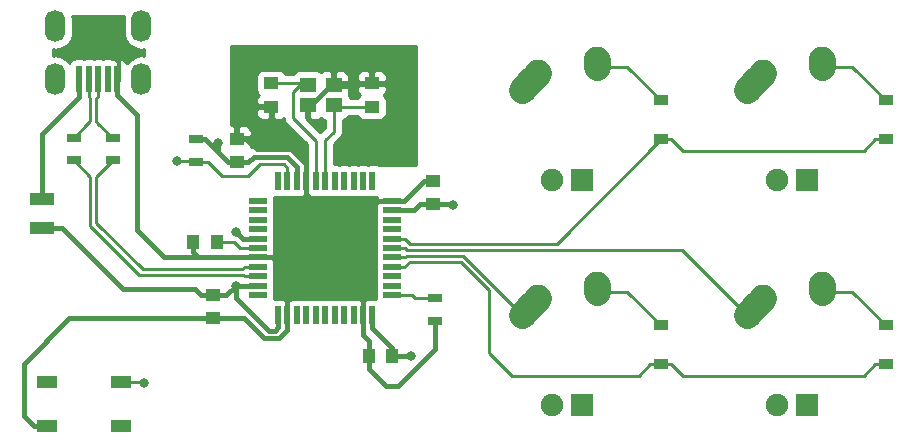
<source format=gbl>
G04 #@! TF.GenerationSoftware,KiCad,Pcbnew,(5.0.0)*
G04 #@! TF.CreationDate,2019-01-07T21:39:53-08:00*
G04 #@! TF.ProjectId,ai03-pcb-guide,616930332D7063622D67756964652E6B,rev?*
G04 #@! TF.SameCoordinates,Original*
G04 #@! TF.FileFunction,Copper,L2,Bot,Signal*
G04 #@! TF.FilePolarity,Positive*
%FSLAX46Y46*%
G04 Gerber Fmt 4.6, Leading zero omitted, Abs format (unit mm)*
G04 Created by KiCad (PCBNEW (5.0.0)) date 01/07/19 21:39:53*
%MOMM*%
%LPD*%
G01*
G04 APERTURE LIST*
G04 #@! TA.AperFunction,SMDPad,CuDef*
%ADD10R,1.250000X1.000000*%
G04 #@! TD*
G04 #@! TA.AperFunction,SMDPad,CuDef*
%ADD11R,1.000000X1.250000*%
G04 #@! TD*
G04 #@! TA.AperFunction,SMDPad,CuDef*
%ADD12R,1.200000X0.900000*%
G04 #@! TD*
G04 #@! TA.AperFunction,SMDPad,CuDef*
%ADD13R,2.030000X1.140000*%
G04 #@! TD*
G04 #@! TA.AperFunction,ComponentPad*
%ADD14R,1.905000X1.905000*%
G04 #@! TD*
G04 #@! TA.AperFunction,ComponentPad*
%ADD15C,1.905000*%
G04 #@! TD*
G04 #@! TA.AperFunction,ComponentPad*
%ADD16C,2.250000*%
G04 #@! TD*
G04 #@! TA.AperFunction,Conductor*
%ADD17C,2.250000*%
G04 #@! TD*
G04 #@! TA.AperFunction,SMDPad,CuDef*
%ADD18R,1.300000X0.700000*%
G04 #@! TD*
G04 #@! TA.AperFunction,SMDPad,CuDef*
%ADD19R,1.800000X1.100000*%
G04 #@! TD*
G04 #@! TA.AperFunction,SMDPad,CuDef*
%ADD20R,0.550000X1.500000*%
G04 #@! TD*
G04 #@! TA.AperFunction,SMDPad,CuDef*
%ADD21R,1.500000X0.550000*%
G04 #@! TD*
G04 #@! TA.AperFunction,SMDPad,CuDef*
%ADD22R,0.500000X2.250000*%
G04 #@! TD*
G04 #@! TA.AperFunction,ComponentPad*
%ADD23O,1.700000X2.700000*%
G04 #@! TD*
G04 #@! TA.AperFunction,SMDPad,CuDef*
%ADD24R,1.400000X1.200000*%
G04 #@! TD*
G04 #@! TA.AperFunction,ViaPad*
%ADD25C,0.800000*%
G04 #@! TD*
G04 #@! TA.AperFunction,Conductor*
%ADD26C,0.254000*%
G04 #@! TD*
G04 #@! TA.AperFunction,Conductor*
%ADD27C,0.381000*%
G04 #@! TD*
G04 APERTURE END LIST*
D10*
G04 #@! TO.P,C1,1*
G04 #@! TO.N,Net-(C1-Pad1)*
X62833250Y-70342000D03*
G04 #@! TO.P,C1,2*
G04 #@! TO.N,GND*
X62833250Y-68342000D03*
G04 #@! TD*
G04 #@! TO.P,C2,2*
G04 #@! TO.N,GND*
X54324250Y-70342000D03*
G04 #@! TO.P,C2,1*
G04 #@! TO.N,Net-(C2-Pad1)*
X54324250Y-68342000D03*
G04 #@! TD*
D11*
G04 #@! TO.P,C3,2*
G04 #@! TO.N,GND*
X47736250Y-81788000D03*
G04 #@! TO.P,C3,1*
G04 #@! TO.N,Net-(C3-Pad1)*
X49736250Y-81788000D03*
G04 #@! TD*
D10*
G04 #@! TO.P,C4,2*
G04 #@! TO.N,GND*
X51403250Y-73041000D03*
G04 #@! TO.P,C4,1*
G04 #@! TO.N,+5V*
X51403250Y-75041000D03*
G04 #@! TD*
G04 #@! TO.P,C5,1*
G04 #@! TO.N,+5V*
X68040250Y-78597000D03*
G04 #@! TO.P,C5,2*
G04 #@! TO.N,GND*
X68040250Y-76597000D03*
G04 #@! TD*
D11*
G04 #@! TO.P,C6,2*
G04 #@! TO.N,GND*
X62595250Y-91440000D03*
G04 #@! TO.P,C6,1*
G04 #@! TO.N,+5V*
X64595250Y-91440000D03*
G04 #@! TD*
D10*
G04 #@! TO.P,C7,1*
G04 #@! TO.N,+5V*
X49403000Y-86249000D03*
G04 #@! TO.P,C7,2*
G04 #@! TO.N,GND*
X49403000Y-88249000D03*
G04 #@! TD*
D12*
G04 #@! TO.P,D1,1*
G04 #@! TO.N,ROW0*
X87312500Y-73087500D03*
G04 #@! TO.P,D1,2*
G04 #@! TO.N,Net-(D1-Pad2)*
X87312500Y-69787500D03*
G04 #@! TD*
G04 #@! TO.P,D2,2*
G04 #@! TO.N,Net-(D2-Pad2)*
X106362500Y-69787500D03*
G04 #@! TO.P,D2,1*
G04 #@! TO.N,ROW0*
X106362500Y-73087500D03*
G04 #@! TD*
G04 #@! TO.P,D3,1*
G04 #@! TO.N,ROW1*
X87312500Y-92137500D03*
G04 #@! TO.P,D3,2*
G04 #@! TO.N,Net-(D3-Pad2)*
X87312500Y-88837500D03*
G04 #@! TD*
G04 #@! TO.P,D4,2*
G04 #@! TO.N,Net-(D4-Pad2)*
X106362500Y-88837500D03*
G04 #@! TO.P,D4,1*
G04 #@! TO.N,ROW1*
X106362500Y-92137500D03*
G04 #@! TD*
D13*
G04 #@! TO.P,F1,2*
G04 #@! TO.N,VCC*
X34925000Y-78175000D03*
G04 #@! TO.P,F1,1*
G04 #@! TO.N,+5V*
X34925000Y-80575000D03*
G04 #@! TD*
D14*
G04 #@! TO.P,MX1,4*
G04 #@! TO.N,Net-(MX1-Pad4)*
X80645000Y-76517500D03*
D15*
G04 #@! TO.P,MX1,3*
G04 #@! TO.N,Net-(MX1-Pad3)*
X78105000Y-76517500D03*
D16*
G04 #@! TO.P,MX1,1*
G04 #@! TO.N,COL0*
X76875000Y-67437500D03*
X76220001Y-68167500D03*
D17*
G04 #@! TD*
G04 #@! TO.N,COL0*
G04 #@! TO.C,MX1*
X75565000Y-68897500D02*
X76875002Y-67437500D01*
D16*
G04 #@! TO.P,MX1,2*
G04 #@! TO.N,Net-(D1-Pad2)*
X81915000Y-66357500D03*
X81895000Y-66647500D03*
D17*
G04 #@! TD*
G04 #@! TO.N,Net-(D1-Pad2)*
G04 #@! TO.C,MX1*
X81875000Y-66937500D02*
X81915000Y-66357500D01*
D16*
G04 #@! TO.P,MX2,2*
G04 #@! TO.N,Net-(D2-Pad2)*
X100945000Y-66647500D03*
D17*
G04 #@! TD*
G04 #@! TO.N,Net-(D2-Pad2)*
G04 #@! TO.C,MX2*
X100925000Y-66937500D02*
X100965000Y-66357500D01*
D16*
G04 #@! TO.P,MX2,2*
G04 #@! TO.N,Net-(D2-Pad2)*
X100965000Y-66357500D03*
G04 #@! TO.P,MX2,1*
G04 #@! TO.N,COL1*
X95270001Y-68167500D03*
D17*
G04 #@! TD*
G04 #@! TO.N,COL1*
G04 #@! TO.C,MX2*
X94615000Y-68897500D02*
X95925002Y-67437500D01*
D16*
G04 #@! TO.P,MX2,1*
G04 #@! TO.N,COL1*
X95925000Y-67437500D03*
D15*
G04 #@! TO.P,MX2,3*
G04 #@! TO.N,Net-(MX2-Pad3)*
X97155000Y-76517500D03*
D14*
G04 #@! TO.P,MX2,4*
G04 #@! TO.N,Net-(MX2-Pad4)*
X99695000Y-76517500D03*
G04 #@! TD*
G04 #@! TO.P,MX3,4*
G04 #@! TO.N,Net-(MX3-Pad4)*
X80645000Y-95567500D03*
D15*
G04 #@! TO.P,MX3,3*
G04 #@! TO.N,Net-(MX3-Pad3)*
X78105000Y-95567500D03*
D16*
G04 #@! TO.P,MX3,1*
G04 #@! TO.N,COL0*
X76875000Y-86487500D03*
X76220001Y-87217500D03*
D17*
G04 #@! TD*
G04 #@! TO.N,COL0*
G04 #@! TO.C,MX3*
X75565000Y-87947500D02*
X76875002Y-86487500D01*
D16*
G04 #@! TO.P,MX3,2*
G04 #@! TO.N,Net-(D3-Pad2)*
X81915000Y-85407500D03*
X81895000Y-85697500D03*
D17*
G04 #@! TD*
G04 #@! TO.N,Net-(D3-Pad2)*
G04 #@! TO.C,MX3*
X81875000Y-85987500D02*
X81915000Y-85407500D01*
D16*
G04 #@! TO.P,MX4,2*
G04 #@! TO.N,Net-(D4-Pad2)*
X100945000Y-85697500D03*
D17*
G04 #@! TD*
G04 #@! TO.N,Net-(D4-Pad2)*
G04 #@! TO.C,MX4*
X100925000Y-85987500D02*
X100965000Y-85407500D01*
D16*
G04 #@! TO.P,MX4,2*
G04 #@! TO.N,Net-(D4-Pad2)*
X100965000Y-85407500D03*
G04 #@! TO.P,MX4,1*
G04 #@! TO.N,COL1*
X95270001Y-87217500D03*
D17*
G04 #@! TD*
G04 #@! TO.N,COL1*
G04 #@! TO.C,MX4*
X94615000Y-87947500D02*
X95925002Y-86487500D01*
D16*
G04 #@! TO.P,MX4,1*
G04 #@! TO.N,COL1*
X95925000Y-86487500D03*
D15*
G04 #@! TO.P,MX4,3*
G04 #@! TO.N,Net-(MX4-Pad3)*
X97155000Y-95567500D03*
D14*
G04 #@! TO.P,MX4,4*
G04 #@! TO.N,Net-(MX4-Pad4)*
X99695000Y-95567500D03*
G04 #@! TD*
D18*
G04 #@! TO.P,R1,1*
G04 #@! TO.N,+5V*
X47974250Y-73091000D03*
G04 #@! TO.P,R1,2*
G04 #@! TO.N,Net-(R1-Pad2)*
X47974250Y-74991000D03*
G04 #@! TD*
G04 #@! TO.P,R2,1*
G04 #@! TO.N,Net-(R2-Pad1)*
X40894000Y-74864000D03*
G04 #@! TO.P,R2,2*
G04 #@! TO.N,D+*
X40894000Y-72964000D03*
G04 #@! TD*
G04 #@! TO.P,R3,2*
G04 #@! TO.N,D-*
X37592000Y-72964000D03*
G04 #@! TO.P,R3,1*
G04 #@! TO.N,Net-(R3-Pad1)*
X37592000Y-74864000D03*
G04 #@! TD*
G04 #@! TO.P,R4,2*
G04 #@! TO.N,Net-(R4-Pad2)*
X68199000Y-86553000D03*
G04 #@! TO.P,R4,1*
G04 #@! TO.N,GND*
X68199000Y-88453000D03*
G04 #@! TD*
D19*
G04 #@! TO.P,SW1,1*
G04 #@! TO.N,GND*
X35384001Y-97357845D03*
G04 #@! TO.P,SW1,2*
G04 #@! TO.N,Net-(R1-Pad2)*
X41584001Y-93657845D03*
G04 #@! TO.P,SW1,3*
G04 #@! TO.N,N/C*
X35384001Y-93657845D03*
G04 #@! TO.P,SW1,4*
X41584001Y-97357845D03*
G04 #@! TD*
D20*
G04 #@! TO.P,U1,44*
G04 #@! TO.N,+5V*
X54896250Y-87996000D03*
G04 #@! TO.P,U1,43*
G04 #@! TO.N,GND*
X55696250Y-87996000D03*
G04 #@! TO.P,U1,42*
G04 #@! TO.N,Net-(U1-Pad42)*
X56496250Y-87996000D03*
G04 #@! TO.P,U1,41*
G04 #@! TO.N,Net-(U1-Pad41)*
X57296250Y-87996000D03*
G04 #@! TO.P,U1,40*
G04 #@! TO.N,Net-(U1-Pad40)*
X58096250Y-87996000D03*
G04 #@! TO.P,U1,39*
G04 #@! TO.N,Net-(U1-Pad39)*
X58896250Y-87996000D03*
G04 #@! TO.P,U1,38*
G04 #@! TO.N,Net-(U1-Pad38)*
X59696250Y-87996000D03*
G04 #@! TO.P,U1,37*
G04 #@! TO.N,Net-(U1-Pad37)*
X60496250Y-87996000D03*
G04 #@! TO.P,U1,36*
G04 #@! TO.N,Net-(U1-Pad36)*
X61296250Y-87996000D03*
G04 #@! TO.P,U1,35*
G04 #@! TO.N,GND*
X62096250Y-87996000D03*
G04 #@! TO.P,U1,34*
G04 #@! TO.N,+5V*
X62896250Y-87996000D03*
D21*
G04 #@! TO.P,U1,33*
G04 #@! TO.N,Net-(R4-Pad2)*
X64596250Y-86296000D03*
G04 #@! TO.P,U1,32*
G04 #@! TO.N,Net-(U1-Pad32)*
X64596250Y-85496000D03*
G04 #@! TO.P,U1,31*
G04 #@! TO.N,Net-(U1-Pad31)*
X64596250Y-84696000D03*
G04 #@! TO.P,U1,30*
G04 #@! TO.N,ROW1*
X64596250Y-83896000D03*
G04 #@! TO.P,U1,29*
G04 #@! TO.N,COL0*
X64596250Y-83096000D03*
G04 #@! TO.P,U1,28*
G04 #@! TO.N,COL1*
X64596250Y-82296000D03*
G04 #@! TO.P,U1,27*
G04 #@! TO.N,ROW0*
X64596250Y-81496000D03*
G04 #@! TO.P,U1,26*
G04 #@! TO.N,Net-(U1-Pad26)*
X64596250Y-80696000D03*
G04 #@! TO.P,U1,25*
G04 #@! TO.N,Net-(U1-Pad25)*
X64596250Y-79896000D03*
G04 #@! TO.P,U1,24*
G04 #@! TO.N,+5V*
X64596250Y-79096000D03*
G04 #@! TO.P,U1,23*
G04 #@! TO.N,GND*
X64596250Y-78296000D03*
D20*
G04 #@! TO.P,U1,22*
G04 #@! TO.N,Net-(U1-Pad22)*
X62896250Y-76596000D03*
G04 #@! TO.P,U1,21*
G04 #@! TO.N,Net-(U1-Pad21)*
X62096250Y-76596000D03*
G04 #@! TO.P,U1,20*
G04 #@! TO.N,Net-(U1-Pad20)*
X61296250Y-76596000D03*
G04 #@! TO.P,U1,19*
G04 #@! TO.N,Net-(U1-Pad19)*
X60496250Y-76596000D03*
G04 #@! TO.P,U1,18*
G04 #@! TO.N,Net-(U1-Pad18)*
X59696250Y-76596000D03*
G04 #@! TO.P,U1,17*
G04 #@! TO.N,Net-(C1-Pad1)*
X58896250Y-76596000D03*
G04 #@! TO.P,U1,16*
G04 #@! TO.N,Net-(C2-Pad1)*
X58096250Y-76596000D03*
G04 #@! TO.P,U1,15*
G04 #@! TO.N,GND*
X57296250Y-76596000D03*
G04 #@! TO.P,U1,14*
G04 #@! TO.N,+5V*
X56496250Y-76596000D03*
G04 #@! TO.P,U1,13*
G04 #@! TO.N,Net-(R1-Pad2)*
X55696250Y-76596000D03*
G04 #@! TO.P,U1,12*
G04 #@! TO.N,Net-(U1-Pad12)*
X54896250Y-76596000D03*
D21*
G04 #@! TO.P,U1,11*
G04 #@! TO.N,Net-(U1-Pad11)*
X53196250Y-78296000D03*
G04 #@! TO.P,U1,10*
G04 #@! TO.N,Net-(U1-Pad10)*
X53196250Y-79096000D03*
G04 #@! TO.P,U1,9*
G04 #@! TO.N,Net-(U1-Pad9)*
X53196250Y-79896000D03*
G04 #@! TO.P,U1,8*
G04 #@! TO.N,Net-(U1-Pad8)*
X53196250Y-80696000D03*
G04 #@! TO.P,U1,7*
G04 #@! TO.N,+5V*
X53196250Y-81496000D03*
G04 #@! TO.P,U1,6*
G04 #@! TO.N,Net-(C3-Pad1)*
X53196250Y-82296000D03*
G04 #@! TO.P,U1,5*
G04 #@! TO.N,GND*
X53196250Y-83096000D03*
G04 #@! TO.P,U1,4*
G04 #@! TO.N,Net-(R2-Pad1)*
X53196250Y-83896000D03*
G04 #@! TO.P,U1,3*
G04 #@! TO.N,Net-(R3-Pad1)*
X53196250Y-84696000D03*
G04 #@! TO.P,U1,2*
G04 #@! TO.N,+5V*
X53196250Y-85496000D03*
G04 #@! TO.P,U1,1*
G04 #@! TO.N,Net-(U1-Pad1)*
X53196250Y-86296000D03*
G04 #@! TD*
D22*
G04 #@! TO.P,USB1,1*
G04 #@! TO.N,GND*
X41287500Y-68000000D03*
G04 #@! TO.P,USB1,2*
G04 #@! TO.N,Net-(USB1-Pad2)*
X40487500Y-68000000D03*
G04 #@! TO.P,USB1,3*
G04 #@! TO.N,D+*
X39687500Y-68000000D03*
G04 #@! TO.P,USB1,4*
G04 #@! TO.N,D-*
X38887500Y-68000000D03*
G04 #@! TO.P,USB1,5*
G04 #@! TO.N,VCC*
X38087500Y-68000000D03*
D23*
G04 #@! TO.P,USB1,*
G04 #@! TO.N,*
X36037500Y-68000000D03*
X43337500Y-68000000D03*
X43337500Y-63500000D03*
X36037500Y-63500000D03*
G04 #@! TD*
D24*
G04 #@! TO.P,Y1,4*
G04 #@! TO.N,GND*
X59615250Y-68492000D03*
G04 #@! TO.P,Y1,3*
G04 #@! TO.N,Net-(C2-Pad1)*
X57415250Y-68492000D03*
G04 #@! TO.P,Y1,2*
G04 #@! TO.N,GND*
X57415250Y-70192000D03*
G04 #@! TO.P,Y1,1*
G04 #@! TO.N,Net-(C1-Pad1)*
X59615250Y-70192000D03*
G04 #@! TD*
D25*
G04 #@! TO.N,+5V*
X51308000Y-80899000D03*
X51308000Y-85471000D03*
X49784000Y-73406000D03*
X69723000Y-78613000D03*
X66167000Y-91440000D03*
G04 #@! TO.N,Net-(R1-Pad2)*
X43561000Y-93726000D03*
X46355000Y-74930000D03*
G04 #@! TD*
D26*
G04 #@! TO.N,Net-(C1-Pad1)*
X59765250Y-70342000D02*
X59615250Y-70192000D01*
X62833250Y-70342000D02*
X59765250Y-70342000D01*
X59615250Y-72433000D02*
X58896250Y-73152000D01*
X59615250Y-70192000D02*
X59615250Y-72433000D01*
X58896250Y-76596000D02*
X58896250Y-73152000D01*
D27*
G04 #@! TO.N,GND*
X57415250Y-70192000D02*
X57671600Y-70192000D01*
X59371600Y-68492000D02*
X59615250Y-68492000D01*
X57671600Y-70192000D02*
X59371600Y-68492000D01*
X59765250Y-68342000D02*
X59615250Y-68492000D01*
X62833250Y-68342000D02*
X59765250Y-68342000D01*
X59615250Y-68492000D02*
X59615250Y-67362250D01*
X59615250Y-67362250D02*
X59182000Y-66929000D01*
X59182000Y-66929000D02*
X53086000Y-66929000D01*
X53086000Y-66929000D02*
X52705000Y-67310000D01*
X52705000Y-67310000D02*
X52705000Y-69850000D01*
X53197000Y-70342000D02*
X54324250Y-70342000D01*
X52705000Y-69850000D02*
X53197000Y-70342000D01*
X54324250Y-70342000D02*
X54324250Y-71215250D01*
X54324250Y-71215250D02*
X57296250Y-74187250D01*
X57296250Y-74187250D02*
X57296250Y-75311000D01*
X57296250Y-75311000D02*
X57296250Y-76596000D01*
X55696250Y-87996000D02*
X55696250Y-84398250D01*
X54394000Y-83096000D02*
X53196250Y-83096000D01*
X55696250Y-84398250D02*
X54394000Y-83096000D01*
X62096250Y-87996000D02*
X62096250Y-85591250D01*
X60903250Y-84398250D02*
X55696250Y-84398250D01*
X62096250Y-85591250D02*
X60903250Y-84398250D01*
X53196250Y-83096000D02*
X48171000Y-83096000D01*
X47736250Y-82661250D02*
X47736250Y-81788000D01*
X48171000Y-83096000D02*
X47736250Y-82661250D01*
X41287500Y-68000000D02*
X41287500Y-69354500D01*
X41287500Y-69354500D02*
X42926000Y-70993000D01*
X42926000Y-70993000D02*
X42926000Y-80772000D01*
X45250000Y-83096000D02*
X48171000Y-83096000D01*
X42926000Y-80772000D02*
X45250000Y-83096000D01*
X68040250Y-76597000D02*
X67294000Y-76597000D01*
X65595000Y-78296000D02*
X64596250Y-78296000D01*
X67294000Y-76597000D02*
X65595000Y-78296000D01*
X57296250Y-75203250D02*
X57296250Y-75311000D01*
X56007000Y-73914000D02*
X57296250Y-75203250D01*
X53086000Y-73914000D02*
X56007000Y-73914000D01*
X52213000Y-73041000D02*
X53086000Y-73914000D01*
X51403250Y-73041000D02*
X52213000Y-73041000D01*
X52054000Y-88249000D02*
X49403000Y-88249000D01*
X53721000Y-89916000D02*
X52054000Y-88249000D01*
X54991000Y-89916000D02*
X53721000Y-89916000D01*
X55696250Y-89210750D02*
X54991000Y-89916000D01*
X55696250Y-87996000D02*
X55696250Y-89210750D01*
X68199000Y-88453000D02*
X68199000Y-90805000D01*
X68199000Y-90805000D02*
X65024000Y-93980000D01*
X65024000Y-93980000D02*
X64008000Y-93980000D01*
X62595250Y-92567250D02*
X62595250Y-91440000D01*
X64008000Y-93980000D02*
X62595250Y-92567250D01*
X62096250Y-87996000D02*
X62096250Y-89655250D01*
X62595250Y-90154250D02*
X62595250Y-91440000D01*
X62096250Y-89655250D02*
X62595250Y-90154250D01*
X64596250Y-78296000D02*
X62420000Y-78296000D01*
X60903250Y-79812750D02*
X60903250Y-84398250D01*
X62420000Y-78296000D02*
X60903250Y-79812750D01*
X57296250Y-76596000D02*
X57296250Y-77743250D01*
X59365750Y-79812750D02*
X60903250Y-79812750D01*
X57296250Y-77743250D02*
X59365750Y-79812750D01*
X35384001Y-97357845D02*
X34238845Y-97357845D01*
X34238845Y-97357845D02*
X33401000Y-96520000D01*
X33401000Y-96520000D02*
X33401000Y-92075000D01*
X37227000Y-88249000D02*
X49403000Y-88249000D01*
X33401000Y-92075000D02*
X37227000Y-88249000D01*
D26*
G04 #@! TO.N,Net-(C2-Pad1)*
X58096250Y-76596000D02*
X58096250Y-73209250D01*
X58096250Y-73209250D02*
X56134000Y-71247000D01*
X56134000Y-71247000D02*
X56134000Y-69088000D01*
X56730000Y-68492000D02*
X57415250Y-68492000D01*
X56134000Y-69088000D02*
X56730000Y-68492000D01*
X57265250Y-68342000D02*
X57415250Y-68492000D01*
X54324250Y-68342000D02*
X57265250Y-68342000D01*
G04 #@! TO.N,Net-(C3-Pad1)*
X53196250Y-82296000D02*
X51689000Y-82296000D01*
X51181000Y-81788000D02*
X49736250Y-81788000D01*
X51689000Y-82296000D02*
X51181000Y-81788000D01*
D27*
G04 #@! TO.N,+5V*
X62896250Y-87996000D02*
X62896250Y-89058250D01*
X64595250Y-90757250D02*
X64595250Y-91440000D01*
X62896250Y-89058250D02*
X64595250Y-90757250D01*
X53196250Y-81496000D02*
X51905000Y-81496000D01*
X51905000Y-81496000D02*
X51308000Y-80899000D01*
X53171250Y-85471000D02*
X53196250Y-85496000D01*
X51308000Y-85471000D02*
X53171250Y-85471000D01*
X50530000Y-86249000D02*
X51308000Y-85471000D01*
X49403000Y-86249000D02*
X50530000Y-86249000D01*
X54896250Y-88994750D02*
X54896250Y-87996000D01*
X36633000Y-80575000D02*
X34925000Y-80575000D01*
X47863000Y-85725000D02*
X48387000Y-86249000D01*
X41783000Y-85725000D02*
X47863000Y-85725000D01*
X49403000Y-86249000D02*
X48387000Y-86249000D01*
X41783000Y-85725000D02*
X36633000Y-80575000D01*
X66920000Y-78597000D02*
X66421000Y-79096000D01*
X68040250Y-78597000D02*
X66920000Y-78597000D01*
X64596250Y-79096000D02*
X66421000Y-79096000D01*
X56496250Y-75419250D02*
X56496250Y-76596000D01*
X55626000Y-74549000D02*
X56496250Y-75419250D01*
X52832000Y-74549000D02*
X55626000Y-74549000D01*
X51403250Y-75041000D02*
X52340000Y-75041000D01*
X52340000Y-75041000D02*
X52832000Y-74549000D01*
X51403250Y-75041000D02*
X50657000Y-75041000D01*
X48707000Y-73091000D02*
X47974250Y-73091000D01*
X49784000Y-73406000D02*
X49784000Y-74168000D01*
X50657000Y-75041000D02*
X49784000Y-74168000D01*
X49784000Y-74168000D02*
X48707000Y-73091000D01*
X51308000Y-85471000D02*
X51308000Y-86487000D01*
X51308000Y-86487000D02*
X54102000Y-89281000D01*
X54610000Y-89281000D02*
X54896250Y-88994750D01*
X54102000Y-89281000D02*
X54610000Y-89281000D01*
X68040250Y-78597000D02*
X69707000Y-78597000D01*
X69707000Y-78597000D02*
X69723000Y-78613000D01*
X64595250Y-91440000D02*
X66167000Y-91440000D01*
D26*
G04 #@! TO.N,ROW0*
X88200500Y-73087500D02*
X87312500Y-73087500D01*
X89154000Y-74041000D02*
X88200500Y-73087500D01*
X104521000Y-74041000D02*
X89154000Y-74041000D01*
X106362500Y-73087500D02*
X105474500Y-73087500D01*
X105474500Y-73087500D02*
X104521000Y-74041000D01*
X64596250Y-81496000D02*
X65621000Y-81496000D01*
X65621000Y-81496000D02*
X66040000Y-81915000D01*
X78485000Y-81915000D02*
X87312500Y-73087500D01*
X66040000Y-81915000D02*
X78485000Y-81915000D01*
G04 #@! TO.N,Net-(D1-Pad2)*
X84462500Y-66937500D02*
X87312500Y-69787500D01*
X81875000Y-66937500D02*
X84462500Y-66937500D01*
G04 #@! TO.N,Net-(D2-Pad2)*
X103512500Y-66937500D02*
X106362500Y-69787500D01*
X100925000Y-66937500D02*
X103512500Y-66937500D01*
G04 #@! TO.N,ROW1*
X106362500Y-92137500D02*
X105474500Y-92137500D01*
X105474500Y-92137500D02*
X104521000Y-93091000D01*
X104521000Y-93091000D02*
X89154000Y-93091000D01*
X88200500Y-92137500D02*
X87312500Y-92137500D01*
X89154000Y-93091000D02*
X88200500Y-92137500D01*
X86424500Y-92137500D02*
X85471000Y-93091000D01*
X85471000Y-93091000D02*
X74676000Y-93091000D01*
X87312500Y-92137500D02*
X86424500Y-92137500D01*
X64596250Y-83896000D02*
X65583000Y-83896000D01*
X65583000Y-83896000D02*
X66040000Y-83439000D01*
X66040000Y-83439000D02*
X70358000Y-83439000D01*
X72771000Y-85852000D02*
X72771000Y-91186000D01*
X70358000Y-83439000D02*
X72771000Y-85852000D01*
X74676000Y-93091000D02*
X72771000Y-91186000D01*
G04 #@! TO.N,Net-(D3-Pad2)*
X84462500Y-85987500D02*
X87312500Y-88837500D01*
X81875000Y-85987500D02*
X84462500Y-85987500D01*
G04 #@! TO.N,Net-(D4-Pad2)*
X103512500Y-85987500D02*
X106362500Y-88837500D01*
X100925000Y-85987500D02*
X103512500Y-85987500D01*
D27*
G04 #@! TO.N,VCC*
X34925000Y-78175000D02*
X34925000Y-72644000D01*
X38087500Y-69481500D02*
X38087500Y-68000000D01*
X34925000Y-72644000D02*
X38087500Y-69481500D01*
D26*
G04 #@! TO.N,COL0*
X64596250Y-83096000D02*
X65621000Y-83096000D01*
X65621000Y-83096000D02*
X65786000Y-82931000D01*
X70548500Y-82931000D02*
X75565000Y-87947500D01*
X65786000Y-82931000D02*
X70548500Y-82931000D01*
G04 #@! TO.N,COL1*
X64596250Y-82296000D02*
X65659000Y-82296000D01*
X65659000Y-82296000D02*
X65786000Y-82423000D01*
X89090500Y-82423000D02*
X94615000Y-87947500D01*
X65786000Y-82423000D02*
X89090500Y-82423000D01*
G04 #@! TO.N,Net-(R1-Pad2)*
X55696250Y-76596000D02*
X55696250Y-75508250D01*
X55696250Y-75508250D02*
X55372000Y-75184000D01*
X55372000Y-75184000D02*
X53340000Y-75184000D01*
X53340000Y-75184000D02*
X52324000Y-76200000D01*
X52324000Y-76200000D02*
X50165000Y-76200000D01*
X48956000Y-74991000D02*
X47974250Y-74991000D01*
X50165000Y-76200000D02*
X48956000Y-74991000D01*
X41584001Y-93657845D02*
X43492845Y-93657845D01*
X43492845Y-93657845D02*
X43561000Y-93726000D01*
X47913250Y-74930000D02*
X47974250Y-74991000D01*
X46355000Y-74930000D02*
X47913250Y-74930000D01*
G04 #@! TO.N,Net-(R2-Pad1)*
X52070000Y-83896000D02*
X53196250Y-83896000D01*
X51892000Y-84074000D02*
X52070000Y-83896000D01*
X43434000Y-84074000D02*
X51892000Y-84074000D01*
X39497000Y-80137000D02*
X43434000Y-84074000D01*
X39497000Y-76261000D02*
X39497000Y-80137000D01*
X40894000Y-74864000D02*
X39497000Y-76261000D01*
G04 #@! TO.N,D+*
X39687500Y-71757500D02*
X40894000Y-72964000D01*
X39687500Y-69469000D02*
X39624000Y-69469000D01*
X39687500Y-68000000D02*
X39687500Y-69469000D01*
X39624000Y-69469000D02*
X39497000Y-69596000D01*
X39497000Y-71567000D02*
X39687500Y-71757500D01*
X39497000Y-69596000D02*
X39497000Y-71567000D01*
G04 #@! TO.N,D-*
X38674000Y-71882000D02*
X37592000Y-72964000D01*
X38989000Y-71567000D02*
X38674000Y-71882000D01*
X38989000Y-69570500D02*
X38989000Y-71567000D01*
X38887500Y-69469000D02*
X38989000Y-69570500D01*
X38887500Y-68000000D02*
X38887500Y-69469000D01*
G04 #@! TO.N,Net-(R3-Pad1)*
X52070000Y-84696000D02*
X53196250Y-84696000D01*
X51956000Y-84582000D02*
X52070000Y-84696000D01*
X43116500Y-84582000D02*
X51956000Y-84582000D01*
X38989000Y-80454500D02*
X43116500Y-84582000D01*
X38989000Y-76261000D02*
X38989000Y-80454500D01*
X37592000Y-74864000D02*
X38989000Y-76261000D01*
G04 #@! TO.N,Net-(R4-Pad2)*
X64596250Y-86296000D02*
X66230000Y-86296000D01*
X66487000Y-86553000D02*
X68199000Y-86553000D01*
X66230000Y-86296000D02*
X66487000Y-86553000D01*
G04 #@! TD*
G04 #@! TO.N,GND*
G36*
X41852500Y-62853744D02*
X41852500Y-64146255D01*
X41938661Y-64579417D01*
X42266875Y-65070625D01*
X42758082Y-65398839D01*
X43337500Y-65514092D01*
X43529250Y-65475951D01*
X43529250Y-66024049D01*
X43337500Y-65985908D01*
X42758083Y-66101161D01*
X42266876Y-66429375D01*
X42126967Y-66638764D01*
X42075827Y-66515302D01*
X41897199Y-66336673D01*
X41663810Y-66240000D01*
X41571250Y-66240000D01*
X41412500Y-66398750D01*
X41412500Y-67873000D01*
X41434500Y-67873000D01*
X41434500Y-68127000D01*
X41412500Y-68127000D01*
X41412500Y-68147000D01*
X41384940Y-68147000D01*
X41384940Y-66875000D01*
X41335657Y-66627235D01*
X41195309Y-66417191D01*
X41152008Y-66388258D01*
X41003750Y-66240000D01*
X40911190Y-66240000D01*
X40875131Y-66254936D01*
X40737500Y-66227560D01*
X40237500Y-66227560D01*
X40087500Y-66257397D01*
X39937500Y-66227560D01*
X39437500Y-66227560D01*
X39287500Y-66257397D01*
X39137500Y-66227560D01*
X38637500Y-66227560D01*
X38487500Y-66257397D01*
X38337500Y-66227560D01*
X37837500Y-66227560D01*
X37589735Y-66276843D01*
X37379691Y-66417191D01*
X37239837Y-66626496D01*
X37108125Y-66429375D01*
X36616918Y-66101161D01*
X36037500Y-65985908D01*
X35845750Y-66024049D01*
X35845750Y-65475951D01*
X36037500Y-65514092D01*
X36616917Y-65398839D01*
X37108125Y-65070625D01*
X37436339Y-64579418D01*
X37522500Y-64146256D01*
X37522500Y-62853744D01*
X37476503Y-62622500D01*
X41898497Y-62622500D01*
X41852500Y-62853744D01*
X41852500Y-62853744D01*
G37*
X41852500Y-62853744D02*
X41852500Y-64146255D01*
X41938661Y-64579417D01*
X42266875Y-65070625D01*
X42758082Y-65398839D01*
X43337500Y-65514092D01*
X43529250Y-65475951D01*
X43529250Y-66024049D01*
X43337500Y-65985908D01*
X42758083Y-66101161D01*
X42266876Y-66429375D01*
X42126967Y-66638764D01*
X42075827Y-66515302D01*
X41897199Y-66336673D01*
X41663810Y-66240000D01*
X41571250Y-66240000D01*
X41412500Y-66398750D01*
X41412500Y-67873000D01*
X41434500Y-67873000D01*
X41434500Y-68127000D01*
X41412500Y-68127000D01*
X41412500Y-68147000D01*
X41384940Y-68147000D01*
X41384940Y-66875000D01*
X41335657Y-66627235D01*
X41195309Y-66417191D01*
X41152008Y-66388258D01*
X41003750Y-66240000D01*
X40911190Y-66240000D01*
X40875131Y-66254936D01*
X40737500Y-66227560D01*
X40237500Y-66227560D01*
X40087500Y-66257397D01*
X39937500Y-66227560D01*
X39437500Y-66227560D01*
X39287500Y-66257397D01*
X39137500Y-66227560D01*
X38637500Y-66227560D01*
X38487500Y-66257397D01*
X38337500Y-66227560D01*
X37837500Y-66227560D01*
X37589735Y-66276843D01*
X37379691Y-66417191D01*
X37239837Y-66626496D01*
X37108125Y-66429375D01*
X36616918Y-66101161D01*
X36037500Y-65985908D01*
X35845750Y-66024049D01*
X35845750Y-65475951D01*
X36037500Y-65514092D01*
X36616917Y-65398839D01*
X37108125Y-65070625D01*
X37436339Y-64579418D01*
X37522500Y-64146256D01*
X37522500Y-62853744D01*
X37476503Y-62622500D01*
X41898497Y-62622500D01*
X41852500Y-62853744D01*
G36*
X66548000Y-75279250D02*
X63466019Y-75279250D01*
X63419015Y-75247843D01*
X63171250Y-75198560D01*
X62621250Y-75198560D01*
X62496250Y-75223424D01*
X62371250Y-75198560D01*
X61821250Y-75198560D01*
X61696250Y-75223424D01*
X61571250Y-75198560D01*
X61021250Y-75198560D01*
X60896250Y-75223424D01*
X60771250Y-75198560D01*
X60221250Y-75198560D01*
X60096250Y-75223424D01*
X59971250Y-75198560D01*
X59658250Y-75198560D01*
X59658250Y-73467630D01*
X60100999Y-73024882D01*
X60164621Y-72982371D01*
X60333038Y-72730317D01*
X60377250Y-72508048D01*
X60377250Y-72508047D01*
X60392178Y-72433000D01*
X60377250Y-72357953D01*
X60377250Y-71427108D01*
X60563015Y-71390157D01*
X60773059Y-71249809D01*
X60870486Y-71104000D01*
X61619605Y-71104000D01*
X61750441Y-71299809D01*
X61960485Y-71440157D01*
X62208250Y-71489440D01*
X63458250Y-71489440D01*
X63706015Y-71440157D01*
X63916059Y-71299809D01*
X64056407Y-71089765D01*
X64105690Y-70842000D01*
X64105690Y-69842000D01*
X64056407Y-69594235D01*
X63916059Y-69384191D01*
X63854930Y-69343346D01*
X63996577Y-69201698D01*
X64093250Y-68968309D01*
X64093250Y-68627750D01*
X63934500Y-68469000D01*
X62960250Y-68469000D01*
X62960250Y-68489000D01*
X62706250Y-68489000D01*
X62706250Y-68469000D01*
X61732000Y-68469000D01*
X61573250Y-68627750D01*
X61573250Y-68968309D01*
X61669923Y-69201698D01*
X61811570Y-69343346D01*
X61750441Y-69384191D01*
X61619605Y-69580000D01*
X60960303Y-69580000D01*
X60913407Y-69344235D01*
X60903952Y-69330084D01*
X60950250Y-69218310D01*
X60950250Y-68777750D01*
X60791500Y-68619000D01*
X59742250Y-68619000D01*
X59742250Y-68639000D01*
X59488250Y-68639000D01*
X59488250Y-68619000D01*
X59468250Y-68619000D01*
X59468250Y-68365000D01*
X59488250Y-68365000D01*
X59488250Y-67415750D01*
X59742250Y-67415750D01*
X59742250Y-68365000D01*
X60791500Y-68365000D01*
X60950250Y-68206250D01*
X60950250Y-67765690D01*
X60929540Y-67715691D01*
X61573250Y-67715691D01*
X61573250Y-68056250D01*
X61732000Y-68215000D01*
X62706250Y-68215000D01*
X62706250Y-67365750D01*
X62960250Y-67365750D01*
X62960250Y-68215000D01*
X63934500Y-68215000D01*
X64093250Y-68056250D01*
X64093250Y-67715691D01*
X63996577Y-67482302D01*
X63817949Y-67303673D01*
X63584560Y-67207000D01*
X63119000Y-67207000D01*
X62960250Y-67365750D01*
X62706250Y-67365750D01*
X62547500Y-67207000D01*
X62081940Y-67207000D01*
X61848551Y-67303673D01*
X61669923Y-67482302D01*
X61573250Y-67715691D01*
X60929540Y-67715691D01*
X60853577Y-67532301D01*
X60674948Y-67353673D01*
X60441559Y-67257000D01*
X59901000Y-67257000D01*
X59742250Y-67415750D01*
X59488250Y-67415750D01*
X59329500Y-67257000D01*
X58788941Y-67257000D01*
X58555552Y-67353673D01*
X58514297Y-67394927D01*
X58363015Y-67293843D01*
X58115250Y-67244560D01*
X56715250Y-67244560D01*
X56467485Y-67293843D01*
X56257441Y-67434191D01*
X56160014Y-67580000D01*
X55537895Y-67580000D01*
X55407059Y-67384191D01*
X55197015Y-67243843D01*
X54949250Y-67194560D01*
X53699250Y-67194560D01*
X53451485Y-67243843D01*
X53241441Y-67384191D01*
X53101093Y-67594235D01*
X53051810Y-67842000D01*
X53051810Y-68842000D01*
X53101093Y-69089765D01*
X53241441Y-69299809D01*
X53302570Y-69340654D01*
X53160923Y-69482302D01*
X53064250Y-69715691D01*
X53064250Y-70056250D01*
X53223000Y-70215000D01*
X54197250Y-70215000D01*
X54197250Y-70195000D01*
X54451250Y-70195000D01*
X54451250Y-70215000D01*
X54471250Y-70215000D01*
X54471250Y-70469000D01*
X54451250Y-70469000D01*
X54451250Y-71318250D01*
X54610000Y-71477000D01*
X55075560Y-71477000D01*
X55308949Y-71380327D01*
X55371209Y-71318067D01*
X55372000Y-71322043D01*
X55372000Y-71322047D01*
X55416212Y-71544316D01*
X55584629Y-71796371D01*
X55648253Y-71838883D01*
X57334251Y-73524882D01*
X57334250Y-75211000D01*
X57296499Y-75211000D01*
X57273854Y-75097156D01*
X57091402Y-74824098D01*
X57022476Y-74778043D01*
X56267209Y-74022777D01*
X56221152Y-73953848D01*
X55948094Y-73771396D01*
X55707303Y-73723500D01*
X55707301Y-73723500D01*
X55626000Y-73707328D01*
X55544699Y-73723500D01*
X52913297Y-73723500D01*
X52831999Y-73707329D01*
X52750701Y-73723500D01*
X52750697Y-73723500D01*
X52630033Y-73747501D01*
X52663250Y-73667309D01*
X52663250Y-73326750D01*
X52504500Y-73168000D01*
X51530250Y-73168000D01*
X51530250Y-73188000D01*
X51276250Y-73188000D01*
X51276250Y-73168000D01*
X51256250Y-73168000D01*
X51256250Y-72914000D01*
X51276250Y-72914000D01*
X51276250Y-72064750D01*
X51530250Y-72064750D01*
X51530250Y-72914000D01*
X52504500Y-72914000D01*
X52663250Y-72755250D01*
X52663250Y-72414691D01*
X52566577Y-72181302D01*
X52387949Y-72002673D01*
X52154560Y-71906000D01*
X51689000Y-71906000D01*
X51530250Y-72064750D01*
X51276250Y-72064750D01*
X51117500Y-71906000D01*
X50927000Y-71906000D01*
X50927000Y-70627750D01*
X53064250Y-70627750D01*
X53064250Y-70968309D01*
X53160923Y-71201698D01*
X53339551Y-71380327D01*
X53572940Y-71477000D01*
X54038500Y-71477000D01*
X54197250Y-71318250D01*
X54197250Y-70469000D01*
X53223000Y-70469000D01*
X53064250Y-70627750D01*
X50927000Y-70627750D01*
X50927000Y-65214500D01*
X66548000Y-65214500D01*
X66548000Y-75279250D01*
X66548000Y-75279250D01*
G37*
X66548000Y-75279250D02*
X63466019Y-75279250D01*
X63419015Y-75247843D01*
X63171250Y-75198560D01*
X62621250Y-75198560D01*
X62496250Y-75223424D01*
X62371250Y-75198560D01*
X61821250Y-75198560D01*
X61696250Y-75223424D01*
X61571250Y-75198560D01*
X61021250Y-75198560D01*
X60896250Y-75223424D01*
X60771250Y-75198560D01*
X60221250Y-75198560D01*
X60096250Y-75223424D01*
X59971250Y-75198560D01*
X59658250Y-75198560D01*
X59658250Y-73467630D01*
X60100999Y-73024882D01*
X60164621Y-72982371D01*
X60333038Y-72730317D01*
X60377250Y-72508048D01*
X60377250Y-72508047D01*
X60392178Y-72433000D01*
X60377250Y-72357953D01*
X60377250Y-71427108D01*
X60563015Y-71390157D01*
X60773059Y-71249809D01*
X60870486Y-71104000D01*
X61619605Y-71104000D01*
X61750441Y-71299809D01*
X61960485Y-71440157D01*
X62208250Y-71489440D01*
X63458250Y-71489440D01*
X63706015Y-71440157D01*
X63916059Y-71299809D01*
X64056407Y-71089765D01*
X64105690Y-70842000D01*
X64105690Y-69842000D01*
X64056407Y-69594235D01*
X63916059Y-69384191D01*
X63854930Y-69343346D01*
X63996577Y-69201698D01*
X64093250Y-68968309D01*
X64093250Y-68627750D01*
X63934500Y-68469000D01*
X62960250Y-68469000D01*
X62960250Y-68489000D01*
X62706250Y-68489000D01*
X62706250Y-68469000D01*
X61732000Y-68469000D01*
X61573250Y-68627750D01*
X61573250Y-68968309D01*
X61669923Y-69201698D01*
X61811570Y-69343346D01*
X61750441Y-69384191D01*
X61619605Y-69580000D01*
X60960303Y-69580000D01*
X60913407Y-69344235D01*
X60903952Y-69330084D01*
X60950250Y-69218310D01*
X60950250Y-68777750D01*
X60791500Y-68619000D01*
X59742250Y-68619000D01*
X59742250Y-68639000D01*
X59488250Y-68639000D01*
X59488250Y-68619000D01*
X59468250Y-68619000D01*
X59468250Y-68365000D01*
X59488250Y-68365000D01*
X59488250Y-67415750D01*
X59742250Y-67415750D01*
X59742250Y-68365000D01*
X60791500Y-68365000D01*
X60950250Y-68206250D01*
X60950250Y-67765690D01*
X60929540Y-67715691D01*
X61573250Y-67715691D01*
X61573250Y-68056250D01*
X61732000Y-68215000D01*
X62706250Y-68215000D01*
X62706250Y-67365750D01*
X62960250Y-67365750D01*
X62960250Y-68215000D01*
X63934500Y-68215000D01*
X64093250Y-68056250D01*
X64093250Y-67715691D01*
X63996577Y-67482302D01*
X63817949Y-67303673D01*
X63584560Y-67207000D01*
X63119000Y-67207000D01*
X62960250Y-67365750D01*
X62706250Y-67365750D01*
X62547500Y-67207000D01*
X62081940Y-67207000D01*
X61848551Y-67303673D01*
X61669923Y-67482302D01*
X61573250Y-67715691D01*
X60929540Y-67715691D01*
X60853577Y-67532301D01*
X60674948Y-67353673D01*
X60441559Y-67257000D01*
X59901000Y-67257000D01*
X59742250Y-67415750D01*
X59488250Y-67415750D01*
X59329500Y-67257000D01*
X58788941Y-67257000D01*
X58555552Y-67353673D01*
X58514297Y-67394927D01*
X58363015Y-67293843D01*
X58115250Y-67244560D01*
X56715250Y-67244560D01*
X56467485Y-67293843D01*
X56257441Y-67434191D01*
X56160014Y-67580000D01*
X55537895Y-67580000D01*
X55407059Y-67384191D01*
X55197015Y-67243843D01*
X54949250Y-67194560D01*
X53699250Y-67194560D01*
X53451485Y-67243843D01*
X53241441Y-67384191D01*
X53101093Y-67594235D01*
X53051810Y-67842000D01*
X53051810Y-68842000D01*
X53101093Y-69089765D01*
X53241441Y-69299809D01*
X53302570Y-69340654D01*
X53160923Y-69482302D01*
X53064250Y-69715691D01*
X53064250Y-70056250D01*
X53223000Y-70215000D01*
X54197250Y-70215000D01*
X54197250Y-70195000D01*
X54451250Y-70195000D01*
X54451250Y-70215000D01*
X54471250Y-70215000D01*
X54471250Y-70469000D01*
X54451250Y-70469000D01*
X54451250Y-71318250D01*
X54610000Y-71477000D01*
X55075560Y-71477000D01*
X55308949Y-71380327D01*
X55371209Y-71318067D01*
X55372000Y-71322043D01*
X55372000Y-71322047D01*
X55416212Y-71544316D01*
X55584629Y-71796371D01*
X55648253Y-71838883D01*
X57334251Y-73524882D01*
X57334250Y-75211000D01*
X57296499Y-75211000D01*
X57273854Y-75097156D01*
X57091402Y-74824098D01*
X57022476Y-74778043D01*
X56267209Y-74022777D01*
X56221152Y-73953848D01*
X55948094Y-73771396D01*
X55707303Y-73723500D01*
X55707301Y-73723500D01*
X55626000Y-73707328D01*
X55544699Y-73723500D01*
X52913297Y-73723500D01*
X52831999Y-73707329D01*
X52750701Y-73723500D01*
X52750697Y-73723500D01*
X52630033Y-73747501D01*
X52663250Y-73667309D01*
X52663250Y-73326750D01*
X52504500Y-73168000D01*
X51530250Y-73168000D01*
X51530250Y-73188000D01*
X51276250Y-73188000D01*
X51276250Y-73168000D01*
X51256250Y-73168000D01*
X51256250Y-72914000D01*
X51276250Y-72914000D01*
X51276250Y-72064750D01*
X51530250Y-72064750D01*
X51530250Y-72914000D01*
X52504500Y-72914000D01*
X52663250Y-72755250D01*
X52663250Y-72414691D01*
X52566577Y-72181302D01*
X52387949Y-72002673D01*
X52154560Y-71906000D01*
X51689000Y-71906000D01*
X51530250Y-72064750D01*
X51276250Y-72064750D01*
X51117500Y-71906000D01*
X50927000Y-71906000D01*
X50927000Y-70627750D01*
X53064250Y-70627750D01*
X53064250Y-70968309D01*
X53160923Y-71201698D01*
X53339551Y-71380327D01*
X53572940Y-71477000D01*
X54038500Y-71477000D01*
X54197250Y-71318250D01*
X54197250Y-70469000D01*
X53223000Y-70469000D01*
X53064250Y-70627750D01*
X50927000Y-70627750D01*
X50927000Y-65214500D01*
X66548000Y-65214500D01*
X66548000Y-75279250D01*
G36*
X57542250Y-70065000D02*
X57562250Y-70065000D01*
X57562250Y-70319000D01*
X57542250Y-70319000D01*
X57542250Y-71268250D01*
X57701000Y-71427000D01*
X58241559Y-71427000D01*
X58474948Y-71330327D01*
X58516203Y-71289073D01*
X58667485Y-71390157D01*
X58853251Y-71427108D01*
X58853251Y-72117368D01*
X58467625Y-72502994D01*
X57260565Y-71295935D01*
X57288250Y-71268250D01*
X57288250Y-70319000D01*
X57268250Y-70319000D01*
X57268250Y-70065000D01*
X57288250Y-70065000D01*
X57288250Y-70045000D01*
X57542250Y-70045000D01*
X57542250Y-70065000D01*
X57542250Y-70065000D01*
G37*
X57542250Y-70065000D02*
X57562250Y-70065000D01*
X57562250Y-70319000D01*
X57542250Y-70319000D01*
X57542250Y-71268250D01*
X57701000Y-71427000D01*
X58241559Y-71427000D01*
X58474948Y-71330327D01*
X58516203Y-71289073D01*
X58667485Y-71390157D01*
X58853251Y-71427108D01*
X58853251Y-72117368D01*
X58467625Y-72502994D01*
X57260565Y-71295935D01*
X57288250Y-71268250D01*
X57288250Y-70319000D01*
X57268250Y-70319000D01*
X57268250Y-70065000D01*
X57288250Y-70065000D01*
X57288250Y-70045000D01*
X57542250Y-70045000D01*
X57542250Y-70065000D01*
G36*
X57582000Y-77981000D02*
X57697560Y-77981000D01*
X57717398Y-77972783D01*
X57821250Y-77993440D01*
X58371250Y-77993440D01*
X58496250Y-77968576D01*
X58621250Y-77993440D01*
X59171250Y-77993440D01*
X59296250Y-77968576D01*
X59421250Y-77993440D01*
X59971250Y-77993440D01*
X60096250Y-77968576D01*
X60221250Y-77993440D01*
X60771250Y-77993440D01*
X60896250Y-77968576D01*
X61021250Y-77993440D01*
X61571250Y-77993440D01*
X61696250Y-77968576D01*
X61821250Y-77993440D01*
X62371250Y-77993440D01*
X62496250Y-77968576D01*
X62621250Y-77993440D01*
X63171250Y-77993440D01*
X63211250Y-77985484D01*
X63211250Y-78010250D01*
X63370000Y-78169000D01*
X63373000Y-78169000D01*
X63373000Y-78386300D01*
X63305138Y-78487862D01*
X63211250Y-78581750D01*
X63211250Y-78697310D01*
X63219467Y-78717148D01*
X63198810Y-78821000D01*
X63198810Y-79371000D01*
X63223674Y-79496000D01*
X63198810Y-79621000D01*
X63198810Y-80171000D01*
X63223674Y-80296000D01*
X63198810Y-80421000D01*
X63198810Y-80971000D01*
X63223674Y-81096000D01*
X63198810Y-81221000D01*
X63198810Y-81771000D01*
X63223674Y-81896000D01*
X63198810Y-82021000D01*
X63198810Y-82571000D01*
X63223674Y-82696000D01*
X63198810Y-82821000D01*
X63198810Y-83371000D01*
X63223674Y-83496000D01*
X63198810Y-83621000D01*
X63198810Y-84171000D01*
X63223674Y-84296000D01*
X63198810Y-84421000D01*
X63198810Y-84971000D01*
X63223674Y-85096000D01*
X63198810Y-85221000D01*
X63198810Y-85771000D01*
X63223674Y-85896000D01*
X63198810Y-86021000D01*
X63198810Y-86571000D01*
X63205653Y-86605403D01*
X63171250Y-86598560D01*
X62621250Y-86598560D01*
X62517398Y-86619217D01*
X62497560Y-86611000D01*
X62382000Y-86611000D01*
X62288112Y-86704888D01*
X62163441Y-86788191D01*
X62096250Y-86888749D01*
X62029059Y-86788191D01*
X61904388Y-86704888D01*
X61810500Y-86611000D01*
X61694940Y-86611000D01*
X61675102Y-86619217D01*
X61571250Y-86598560D01*
X61021250Y-86598560D01*
X60896250Y-86623424D01*
X60771250Y-86598560D01*
X60221250Y-86598560D01*
X60096250Y-86623424D01*
X59971250Y-86598560D01*
X59421250Y-86598560D01*
X59296250Y-86623424D01*
X59171250Y-86598560D01*
X58621250Y-86598560D01*
X58496250Y-86623424D01*
X58371250Y-86598560D01*
X57821250Y-86598560D01*
X57696250Y-86623424D01*
X57571250Y-86598560D01*
X57021250Y-86598560D01*
X56896250Y-86623424D01*
X56771250Y-86598560D01*
X56221250Y-86598560D01*
X56117398Y-86619217D01*
X56097560Y-86611000D01*
X55982000Y-86611000D01*
X55888112Y-86704888D01*
X55763441Y-86788191D01*
X55696250Y-86888749D01*
X55629059Y-86788191D01*
X55504388Y-86704888D01*
X55410500Y-86611000D01*
X55294940Y-86611000D01*
X55275102Y-86619217D01*
X55171250Y-86598560D01*
X54621250Y-86598560D01*
X54586847Y-86605403D01*
X54593690Y-86571000D01*
X54593690Y-86021000D01*
X54568826Y-85896000D01*
X54593690Y-85771000D01*
X54593690Y-85221000D01*
X54568826Y-85096000D01*
X54593690Y-84971000D01*
X54593690Y-84421000D01*
X54568826Y-84296000D01*
X54593690Y-84171000D01*
X54593690Y-83621000D01*
X54573033Y-83517148D01*
X54581250Y-83497310D01*
X54581250Y-83381750D01*
X54487362Y-83287862D01*
X54404059Y-83163191D01*
X54303501Y-83096000D01*
X54404059Y-83028809D01*
X54487362Y-82904138D01*
X54581250Y-82810250D01*
X54581250Y-82694690D01*
X54573033Y-82674852D01*
X54593690Y-82571000D01*
X54593690Y-82021000D01*
X54568826Y-81896000D01*
X54593690Y-81771000D01*
X54593690Y-81221000D01*
X54568826Y-81096000D01*
X54593690Y-80971000D01*
X54593690Y-80421000D01*
X54568826Y-80296000D01*
X54593690Y-80171000D01*
X54593690Y-79621000D01*
X54568826Y-79496000D01*
X54593690Y-79371000D01*
X54593690Y-78821000D01*
X54568826Y-78696000D01*
X54593690Y-78571000D01*
X54593690Y-78021000D01*
X54586847Y-77986597D01*
X54621250Y-77993440D01*
X55171250Y-77993440D01*
X55296250Y-77968576D01*
X55421250Y-77993440D01*
X55971250Y-77993440D01*
X56096250Y-77968576D01*
X56221250Y-77993440D01*
X56771250Y-77993440D01*
X56875102Y-77972783D01*
X56894940Y-77981000D01*
X57010500Y-77981000D01*
X57077000Y-77914500D01*
X57515500Y-77914500D01*
X57582000Y-77981000D01*
X57582000Y-77981000D01*
G37*
X57582000Y-77981000D02*
X57697560Y-77981000D01*
X57717398Y-77972783D01*
X57821250Y-77993440D01*
X58371250Y-77993440D01*
X58496250Y-77968576D01*
X58621250Y-77993440D01*
X59171250Y-77993440D01*
X59296250Y-77968576D01*
X59421250Y-77993440D01*
X59971250Y-77993440D01*
X60096250Y-77968576D01*
X60221250Y-77993440D01*
X60771250Y-77993440D01*
X60896250Y-77968576D01*
X61021250Y-77993440D01*
X61571250Y-77993440D01*
X61696250Y-77968576D01*
X61821250Y-77993440D01*
X62371250Y-77993440D01*
X62496250Y-77968576D01*
X62621250Y-77993440D01*
X63171250Y-77993440D01*
X63211250Y-77985484D01*
X63211250Y-78010250D01*
X63370000Y-78169000D01*
X63373000Y-78169000D01*
X63373000Y-78386300D01*
X63305138Y-78487862D01*
X63211250Y-78581750D01*
X63211250Y-78697310D01*
X63219467Y-78717148D01*
X63198810Y-78821000D01*
X63198810Y-79371000D01*
X63223674Y-79496000D01*
X63198810Y-79621000D01*
X63198810Y-80171000D01*
X63223674Y-80296000D01*
X63198810Y-80421000D01*
X63198810Y-80971000D01*
X63223674Y-81096000D01*
X63198810Y-81221000D01*
X63198810Y-81771000D01*
X63223674Y-81896000D01*
X63198810Y-82021000D01*
X63198810Y-82571000D01*
X63223674Y-82696000D01*
X63198810Y-82821000D01*
X63198810Y-83371000D01*
X63223674Y-83496000D01*
X63198810Y-83621000D01*
X63198810Y-84171000D01*
X63223674Y-84296000D01*
X63198810Y-84421000D01*
X63198810Y-84971000D01*
X63223674Y-85096000D01*
X63198810Y-85221000D01*
X63198810Y-85771000D01*
X63223674Y-85896000D01*
X63198810Y-86021000D01*
X63198810Y-86571000D01*
X63205653Y-86605403D01*
X63171250Y-86598560D01*
X62621250Y-86598560D01*
X62517398Y-86619217D01*
X62497560Y-86611000D01*
X62382000Y-86611000D01*
X62288112Y-86704888D01*
X62163441Y-86788191D01*
X62096250Y-86888749D01*
X62029059Y-86788191D01*
X61904388Y-86704888D01*
X61810500Y-86611000D01*
X61694940Y-86611000D01*
X61675102Y-86619217D01*
X61571250Y-86598560D01*
X61021250Y-86598560D01*
X60896250Y-86623424D01*
X60771250Y-86598560D01*
X60221250Y-86598560D01*
X60096250Y-86623424D01*
X59971250Y-86598560D01*
X59421250Y-86598560D01*
X59296250Y-86623424D01*
X59171250Y-86598560D01*
X58621250Y-86598560D01*
X58496250Y-86623424D01*
X58371250Y-86598560D01*
X57821250Y-86598560D01*
X57696250Y-86623424D01*
X57571250Y-86598560D01*
X57021250Y-86598560D01*
X56896250Y-86623424D01*
X56771250Y-86598560D01*
X56221250Y-86598560D01*
X56117398Y-86619217D01*
X56097560Y-86611000D01*
X55982000Y-86611000D01*
X55888112Y-86704888D01*
X55763441Y-86788191D01*
X55696250Y-86888749D01*
X55629059Y-86788191D01*
X55504388Y-86704888D01*
X55410500Y-86611000D01*
X55294940Y-86611000D01*
X55275102Y-86619217D01*
X55171250Y-86598560D01*
X54621250Y-86598560D01*
X54586847Y-86605403D01*
X54593690Y-86571000D01*
X54593690Y-86021000D01*
X54568826Y-85896000D01*
X54593690Y-85771000D01*
X54593690Y-85221000D01*
X54568826Y-85096000D01*
X54593690Y-84971000D01*
X54593690Y-84421000D01*
X54568826Y-84296000D01*
X54593690Y-84171000D01*
X54593690Y-83621000D01*
X54573033Y-83517148D01*
X54581250Y-83497310D01*
X54581250Y-83381750D01*
X54487362Y-83287862D01*
X54404059Y-83163191D01*
X54303501Y-83096000D01*
X54404059Y-83028809D01*
X54487362Y-82904138D01*
X54581250Y-82810250D01*
X54581250Y-82694690D01*
X54573033Y-82674852D01*
X54593690Y-82571000D01*
X54593690Y-82021000D01*
X54568826Y-81896000D01*
X54593690Y-81771000D01*
X54593690Y-81221000D01*
X54568826Y-81096000D01*
X54593690Y-80971000D01*
X54593690Y-80421000D01*
X54568826Y-80296000D01*
X54593690Y-80171000D01*
X54593690Y-79621000D01*
X54568826Y-79496000D01*
X54593690Y-79371000D01*
X54593690Y-78821000D01*
X54568826Y-78696000D01*
X54593690Y-78571000D01*
X54593690Y-78021000D01*
X54586847Y-77986597D01*
X54621250Y-77993440D01*
X55171250Y-77993440D01*
X55296250Y-77968576D01*
X55421250Y-77993440D01*
X55971250Y-77993440D01*
X56096250Y-77968576D01*
X56221250Y-77993440D01*
X56771250Y-77993440D01*
X56875102Y-77972783D01*
X56894940Y-77981000D01*
X57010500Y-77981000D01*
X57077000Y-77914500D01*
X57515500Y-77914500D01*
X57582000Y-77981000D01*
G04 #@! TD*
M02*

</source>
